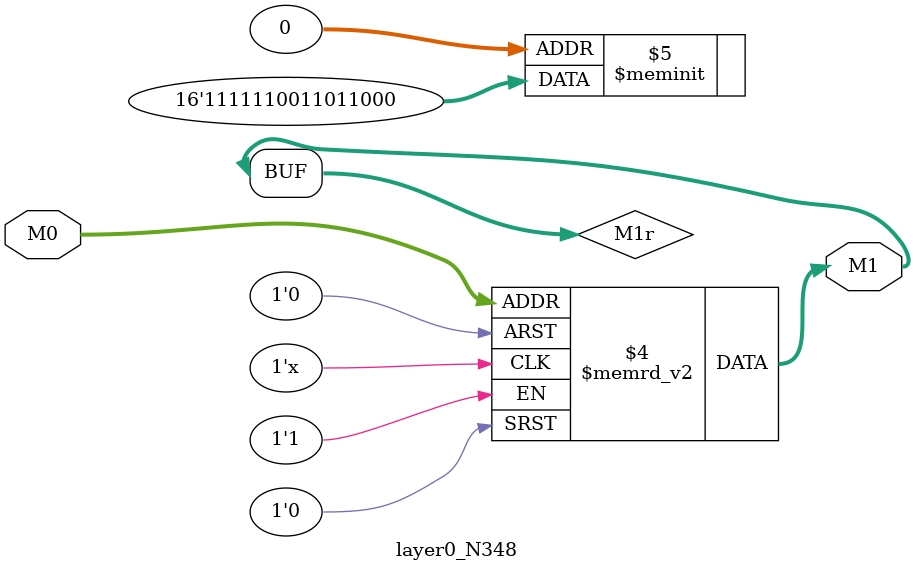
<source format=v>
module layer0_N348 ( input [2:0] M0, output [1:0] M1 );

	(*rom_style = "distributed" *) reg [1:0] M1r;
	assign M1 = M1r;
	always @ (M0) begin
		case (M0)
			3'b000: M1r = 2'b00;
			3'b100: M1r = 2'b00;
			3'b010: M1r = 2'b01;
			3'b110: M1r = 2'b11;
			3'b001: M1r = 2'b10;
			3'b101: M1r = 2'b11;
			3'b011: M1r = 2'b11;
			3'b111: M1r = 2'b11;

		endcase
	end
endmodule

</source>
